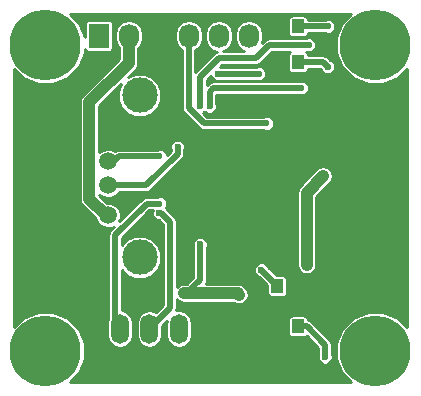
<source format=gbr>
G04 #@! TF.FileFunction,Copper,L1,Top,Signal*
%FSLAX46Y46*%
G04 Gerber Fmt 4.6, Leading zero omitted, Abs format (unit mm)*
G04 Created by KiCad (PCBNEW 4.0.1-stable) date 2018/07/04 18:11:44*
%MOMM*%
G01*
G04 APERTURE LIST*
%ADD10C,0.100000*%
%ADD11R,1.000000X1.200000*%
%ADD12R,1.727200X2.032000*%
%ADD13O,1.727200X2.032000*%
%ADD14C,1.501140*%
%ADD15C,2.999740*%
%ADD16O,1.500000X2.500000*%
%ADD17C,6.000000*%
%ADD18C,0.600000*%
%ADD19C,0.500000*%
%ADD20C,1.000000*%
%ADD21C,0.250000*%
G04 APERTURE END LIST*
D10*
D11*
X154480000Y-92400000D03*
X152720000Y-92400000D03*
X154480000Y-95400000D03*
X152720000Y-95400000D03*
X152720000Y-114400000D03*
X154480000Y-114400000D03*
X154480000Y-117800000D03*
X152720000Y-117800000D03*
D12*
X137600000Y-93200000D03*
D13*
X140140000Y-93200000D03*
X142680000Y-93200000D03*
X145220000Y-93200000D03*
X147760000Y-93200000D03*
X150300000Y-93200000D03*
D14*
X138397880Y-101287140D03*
X138397880Y-103827140D03*
X138397880Y-105859140D03*
X138397880Y-108399140D03*
D15*
X141064880Y-98239140D03*
X141064880Y-111955140D03*
D16*
X139400000Y-118000000D03*
X141900000Y-118000000D03*
X144400000Y-118000000D03*
X146900000Y-118000000D03*
D17*
X161036000Y-93980000D03*
X133096000Y-119888000D03*
X133096000Y-93980000D03*
X161036000Y-119888000D03*
D18*
X147730000Y-96400000D03*
X151180000Y-96400000D03*
X156600000Y-105070000D03*
X155200000Y-112570000D03*
X146200000Y-110850000D03*
X149500000Y-115100000D03*
X144850000Y-115000000D03*
X156980000Y-92400000D03*
X156980000Y-95800000D03*
X142750000Y-108200000D03*
X142750000Y-107400000D03*
X142750000Y-103400000D03*
X144290000Y-102600000D03*
X155410000Y-93950000D03*
X146200000Y-99150000D03*
X147000000Y-99150000D03*
X154770000Y-97610000D03*
X151800000Y-100610000D03*
X151380000Y-113000000D03*
X156780000Y-120400000D03*
D19*
X147730000Y-96400000D02*
X151180000Y-96400000D01*
D20*
X155200000Y-106470000D02*
X155200000Y-112570000D01*
X155200000Y-106470000D02*
X156600000Y-105070000D01*
X138397880Y-108399140D02*
X138229140Y-108399140D01*
X138229140Y-108399140D02*
X136820000Y-106990000D01*
X140140000Y-95470000D02*
X140140000Y-93200000D01*
X136820000Y-98790000D02*
X140140000Y-95470000D01*
X136820000Y-106990000D02*
X136820000Y-98790000D01*
D19*
X144850000Y-115000000D02*
X145030000Y-115000000D01*
X146200000Y-113830000D02*
X146200000Y-110850000D01*
X145030000Y-115000000D02*
X146200000Y-113830000D01*
D20*
X144850000Y-115000000D02*
X149400000Y-115000000D01*
X149400000Y-115000000D02*
X149500000Y-115100000D01*
D19*
X154480000Y-92400000D02*
X156980000Y-92400000D01*
X154480000Y-95400000D02*
X156580000Y-95400000D01*
X156580000Y-95400000D02*
X156980000Y-95800000D01*
X142750000Y-108200000D02*
X142900000Y-108200000D01*
X143640000Y-116260000D02*
X141900000Y-118000000D01*
X143640000Y-108940000D02*
X143640000Y-116260000D01*
X142900000Y-108200000D02*
X143640000Y-108940000D01*
X142750000Y-107400000D02*
X141660000Y-107400000D01*
X142750000Y-107390000D02*
X142750000Y-107400000D01*
X138990000Y-110070000D02*
X138990000Y-117590000D01*
X141660000Y-107400000D02*
X138990000Y-110070000D01*
X138990000Y-117590000D02*
X139400000Y-118000000D01*
X138892860Y-103827140D02*
X139320000Y-103400000D01*
X139320000Y-103400000D02*
X142750000Y-103400000D01*
X138892860Y-103827140D02*
X138397880Y-103827140D01*
X144290000Y-102600000D02*
X144290000Y-103180000D01*
X141610860Y-105859140D02*
X138397880Y-105859140D01*
X144290000Y-103180000D02*
X141610860Y-105859140D01*
X155410000Y-93950000D02*
X152060000Y-93950000D01*
X146200000Y-96680000D02*
X146200000Y-99150000D01*
X147810000Y-95070000D02*
X146200000Y-96680000D01*
X150940000Y-95070000D02*
X147810000Y-95070000D01*
X152060000Y-93950000D02*
X150940000Y-95070000D01*
X147000000Y-99150000D02*
X147000000Y-97930000D01*
X147010000Y-99150000D02*
X147000000Y-99150000D01*
X147320000Y-97610000D02*
X154770000Y-97610000D01*
X147000000Y-97930000D02*
X147320000Y-97610000D01*
X151800000Y-100610000D02*
X146500000Y-100610000D01*
X145220000Y-99330000D02*
X145220000Y-93200000D01*
X146500000Y-100610000D02*
X145220000Y-99330000D01*
X152720000Y-114400000D02*
X152720000Y-114340000D01*
X152720000Y-114340000D02*
X151380000Y-113000000D01*
X154480000Y-117800000D02*
X155220000Y-117800000D01*
X156780000Y-119360000D02*
X156780000Y-120400000D01*
X155220000Y-117800000D02*
X156780000Y-119360000D01*
D21*
G36*
X158218845Y-92094079D02*
X157711578Y-93315715D01*
X157710424Y-94638482D01*
X158215558Y-95861001D01*
X159150079Y-96797155D01*
X160371715Y-97304422D01*
X161694482Y-97305576D01*
X162917001Y-96800442D01*
X163684000Y-96034781D01*
X163684000Y-117834256D01*
X162921921Y-117070845D01*
X161700285Y-116563578D01*
X160377518Y-116562424D01*
X159154999Y-117067558D01*
X158218845Y-118002079D01*
X157711578Y-119223715D01*
X157710424Y-120546482D01*
X158215558Y-121769001D01*
X158981219Y-122536000D01*
X135149744Y-122536000D01*
X135913155Y-121773921D01*
X136420422Y-120552285D01*
X136421576Y-119229518D01*
X135916442Y-118006999D01*
X134981921Y-117070845D01*
X133760285Y-116563578D01*
X132437518Y-116562424D01*
X131214999Y-117067558D01*
X130448000Y-117833219D01*
X130448000Y-98790000D01*
X135995000Y-98790000D01*
X135995000Y-106990000D01*
X136057799Y-107305714D01*
X136236637Y-107573363D01*
X137355008Y-108691734D01*
X137485524Y-109007606D01*
X137787823Y-109310432D01*
X138182997Y-109474523D01*
X138610886Y-109474897D01*
X138885328Y-109361500D01*
X138583414Y-109663414D01*
X138458769Y-109849957D01*
X138415000Y-110070000D01*
X138415000Y-117045532D01*
X138406830Y-117057759D01*
X138325000Y-117469144D01*
X138325000Y-118530856D01*
X138406830Y-118942241D01*
X138639860Y-119290996D01*
X138988615Y-119524026D01*
X139400000Y-119605856D01*
X139811385Y-119524026D01*
X140160140Y-119290996D01*
X140393170Y-118942241D01*
X140475000Y-118530856D01*
X140475000Y-117469144D01*
X140393170Y-117057759D01*
X140160140Y-116709004D01*
X139811385Y-116475974D01*
X139565000Y-116426965D01*
X139565000Y-113035650D01*
X140029825Y-113501287D01*
X140700298Y-113779692D01*
X141426277Y-113780326D01*
X142097235Y-113503091D01*
X142611027Y-112990195D01*
X142889432Y-112319722D01*
X142890066Y-111593743D01*
X142612831Y-110922785D01*
X142099935Y-110408993D01*
X141429462Y-110130588D01*
X140703483Y-110129954D01*
X140032525Y-110407189D01*
X139565000Y-110873899D01*
X139565000Y-110308172D01*
X141898173Y-107975000D01*
X142166688Y-107975000D01*
X142125109Y-108075134D01*
X142124892Y-108323775D01*
X142219842Y-108553571D01*
X142395504Y-108729540D01*
X142625134Y-108824891D01*
X142711795Y-108824967D01*
X143065000Y-109178172D01*
X143065000Y-116021827D01*
X142490903Y-116595924D01*
X142311385Y-116475974D01*
X141900000Y-116394144D01*
X141488615Y-116475974D01*
X141139860Y-116709004D01*
X140906830Y-117057759D01*
X140825000Y-117469144D01*
X140825000Y-118530856D01*
X140906830Y-118942241D01*
X141139860Y-119290996D01*
X141488615Y-119524026D01*
X141900000Y-119605856D01*
X142311385Y-119524026D01*
X142660140Y-119290996D01*
X142893170Y-118942241D01*
X142975000Y-118530856D01*
X142975000Y-117738172D01*
X143345106Y-117368067D01*
X143325000Y-117469144D01*
X143325000Y-118530856D01*
X143406830Y-118942241D01*
X143639860Y-119290996D01*
X143988615Y-119524026D01*
X144400000Y-119605856D01*
X144811385Y-119524026D01*
X145160140Y-119290996D01*
X145393170Y-118942241D01*
X145475000Y-118530856D01*
X145475000Y-117469144D01*
X145421464Y-117200000D01*
X153648633Y-117200000D01*
X153648633Y-118400000D01*
X153671295Y-118520438D01*
X153742474Y-118631053D01*
X153851080Y-118705260D01*
X153980000Y-118731367D01*
X154980000Y-118731367D01*
X155100438Y-118708705D01*
X155211053Y-118637526D01*
X155224570Y-118617743D01*
X156205000Y-119598173D01*
X156205000Y-120154983D01*
X156155109Y-120275134D01*
X156154892Y-120523775D01*
X156249842Y-120753571D01*
X156425504Y-120929540D01*
X156655134Y-121024891D01*
X156903775Y-121025108D01*
X157133571Y-120930158D01*
X157309540Y-120754496D01*
X157404891Y-120524866D01*
X157405108Y-120276225D01*
X157355000Y-120154955D01*
X157355000Y-119360000D01*
X157311231Y-119139957D01*
X157186586Y-118953413D01*
X155626586Y-117393414D01*
X155440043Y-117268769D01*
X155311367Y-117243174D01*
X155311367Y-117200000D01*
X155288705Y-117079562D01*
X155217526Y-116968947D01*
X155108920Y-116894740D01*
X154980000Y-116868633D01*
X153980000Y-116868633D01*
X153859562Y-116891295D01*
X153748947Y-116962474D01*
X153674740Y-117071080D01*
X153648633Y-117200000D01*
X145421464Y-117200000D01*
X145393170Y-117057759D01*
X145160140Y-116709004D01*
X144811385Y-116475974D01*
X144400000Y-116394144D01*
X144179597Y-116437985D01*
X144215000Y-116260000D01*
X144215000Y-115506083D01*
X144266637Y-115583363D01*
X144534286Y-115762201D01*
X144850000Y-115825000D01*
X149128611Y-115825000D01*
X149184286Y-115862201D01*
X149500000Y-115925000D01*
X149815714Y-115862201D01*
X150083363Y-115683363D01*
X150262201Y-115415714D01*
X150325000Y-115100000D01*
X150262201Y-114784286D01*
X150083363Y-114516637D01*
X149983363Y-114416637D01*
X149715714Y-114237799D01*
X149400000Y-114175000D01*
X146647737Y-114175000D01*
X146731231Y-114050043D01*
X146775000Y-113830000D01*
X146775000Y-113123775D01*
X150754892Y-113123775D01*
X150849842Y-113353571D01*
X151025504Y-113529540D01*
X151146688Y-113579860D01*
X151888633Y-114321806D01*
X151888633Y-115000000D01*
X151911295Y-115120438D01*
X151982474Y-115231053D01*
X152091080Y-115305260D01*
X152220000Y-115331367D01*
X153220000Y-115331367D01*
X153340438Y-115308705D01*
X153451053Y-115237526D01*
X153525260Y-115128920D01*
X153551367Y-115000000D01*
X153551367Y-113800000D01*
X153528705Y-113679562D01*
X153457526Y-113568947D01*
X153348920Y-113494740D01*
X153220000Y-113468633D01*
X152661806Y-113468633D01*
X151959840Y-112766668D01*
X151910158Y-112646429D01*
X151734496Y-112470460D01*
X151504866Y-112375109D01*
X151256225Y-112374892D01*
X151026429Y-112469842D01*
X150850460Y-112645504D01*
X150755109Y-112875134D01*
X150754892Y-113123775D01*
X146775000Y-113123775D01*
X146775000Y-111095017D01*
X146824891Y-110974866D01*
X146825108Y-110726225D01*
X146730158Y-110496429D01*
X146554496Y-110320460D01*
X146324866Y-110225109D01*
X146076225Y-110224892D01*
X145846429Y-110319842D01*
X145670460Y-110495504D01*
X145575109Y-110725134D01*
X145574892Y-110973775D01*
X145625000Y-111095045D01*
X145625000Y-113591828D01*
X145041828Y-114175000D01*
X144850000Y-114175000D01*
X144534286Y-114237799D01*
X144266637Y-114416637D01*
X144215000Y-114493917D01*
X144215000Y-108940000D01*
X144171231Y-108719957D01*
X144046586Y-108533414D01*
X143306586Y-107793414D01*
X143267031Y-107766984D01*
X143279540Y-107754496D01*
X143374891Y-107524866D01*
X143375108Y-107276225D01*
X143280158Y-107046429D01*
X143104496Y-106870460D01*
X142874866Y-106775109D01*
X142626225Y-106774892D01*
X142504955Y-106825000D01*
X141660000Y-106825000D01*
X141439957Y-106868769D01*
X141253413Y-106993414D01*
X139359973Y-108886855D01*
X139473263Y-108614023D01*
X139473637Y-108186134D01*
X139310236Y-107790674D01*
X139007937Y-107487848D01*
X138612763Y-107323757D01*
X138320227Y-107323501D01*
X137645000Y-106648274D01*
X137645000Y-106627360D01*
X137787823Y-106770432D01*
X138182997Y-106934523D01*
X138610886Y-106934897D01*
X139006346Y-106771496D01*
X139308367Y-106470000D01*
X154375000Y-106470000D01*
X154375000Y-112570000D01*
X154437799Y-112885714D01*
X154616637Y-113153363D01*
X154884286Y-113332201D01*
X155200000Y-113395000D01*
X155515714Y-113332201D01*
X155783363Y-113153363D01*
X155962201Y-112885714D01*
X156025000Y-112570000D01*
X156025000Y-106811726D01*
X157183363Y-105653363D01*
X157362201Y-105385714D01*
X157425000Y-105070000D01*
X157362201Y-104754286D01*
X157183363Y-104486637D01*
X156915714Y-104307799D01*
X156600000Y-104245000D01*
X156284286Y-104307799D01*
X156016637Y-104486637D01*
X154616637Y-105886637D01*
X154437799Y-106154286D01*
X154375000Y-106470000D01*
X139308367Y-106470000D01*
X139309172Y-106469197D01*
X139323729Y-106434140D01*
X141610860Y-106434140D01*
X141830903Y-106390371D01*
X142017446Y-106265726D01*
X144696586Y-103586586D01*
X144821231Y-103400043D01*
X144841944Y-103295909D01*
X144865000Y-103180000D01*
X144865000Y-102845017D01*
X144914891Y-102724866D01*
X144915108Y-102476225D01*
X144820158Y-102246429D01*
X144644496Y-102070460D01*
X144414866Y-101975109D01*
X144166225Y-101974892D01*
X143936429Y-102069842D01*
X143760460Y-102245504D01*
X143665109Y-102475134D01*
X143664892Y-102723775D01*
X143715000Y-102845045D01*
X143715000Y-102941828D01*
X143375103Y-103281725D01*
X143375108Y-103276225D01*
X143280158Y-103046429D01*
X143104496Y-102870460D01*
X142874866Y-102775109D01*
X142626225Y-102774892D01*
X142504955Y-102825000D01*
X139320000Y-102825000D01*
X139099957Y-102868769D01*
X139016564Y-102924490D01*
X139007937Y-102915848D01*
X138612763Y-102751757D01*
X138184874Y-102751383D01*
X137789414Y-102914784D01*
X137645000Y-103058947D01*
X137645000Y-99131726D01*
X139480453Y-97296273D01*
X139240328Y-97874558D01*
X139239694Y-98600537D01*
X139516929Y-99271495D01*
X140029825Y-99785287D01*
X140700298Y-100063692D01*
X141426277Y-100064326D01*
X142097235Y-99787091D01*
X142611027Y-99274195D01*
X142889432Y-98603722D01*
X142890066Y-97877743D01*
X142612831Y-97206785D01*
X142099935Y-96692993D01*
X141429462Y-96414588D01*
X140703483Y-96413954D01*
X140122865Y-96653861D01*
X140723363Y-96053363D01*
X140902201Y-95785714D01*
X140965000Y-95470000D01*
X140965000Y-94229474D01*
X140980467Y-94219139D01*
X141238123Y-93833530D01*
X141328600Y-93378672D01*
X141328600Y-93021328D01*
X144031400Y-93021328D01*
X144031400Y-93378672D01*
X144121877Y-93833530D01*
X144379533Y-94219139D01*
X144645000Y-94396519D01*
X144645000Y-99330000D01*
X144679525Y-99503571D01*
X144688769Y-99550043D01*
X144813414Y-99736586D01*
X146093413Y-101016586D01*
X146277426Y-101139540D01*
X146279957Y-101141231D01*
X146500000Y-101185000D01*
X151554983Y-101185000D01*
X151675134Y-101234891D01*
X151923775Y-101235108D01*
X152153571Y-101140158D01*
X152329540Y-100964496D01*
X152424891Y-100734866D01*
X152425108Y-100486225D01*
X152330158Y-100256429D01*
X152154496Y-100080460D01*
X151924866Y-99985109D01*
X151676225Y-99984892D01*
X151554955Y-100035000D01*
X146738173Y-100035000D01*
X146433106Y-99729933D01*
X146553571Y-99680158D01*
X146599927Y-99633883D01*
X146645504Y-99679540D01*
X146875134Y-99774891D01*
X147123775Y-99775108D01*
X147353571Y-99680158D01*
X147529540Y-99504496D01*
X147624891Y-99274866D01*
X147625108Y-99026225D01*
X147575000Y-98904955D01*
X147575000Y-98185000D01*
X154524983Y-98185000D01*
X154645134Y-98234891D01*
X154893775Y-98235108D01*
X155123571Y-98140158D01*
X155299540Y-97964496D01*
X155394891Y-97734866D01*
X155395108Y-97486225D01*
X155300158Y-97256429D01*
X155124496Y-97080460D01*
X154894866Y-96985109D01*
X154646225Y-96984892D01*
X154524955Y-97035000D01*
X147320000Y-97035000D01*
X147099957Y-97078769D01*
X146913413Y-97203414D01*
X146775000Y-97341827D01*
X146775000Y-96918172D01*
X147123752Y-96569420D01*
X147199842Y-96753571D01*
X147375504Y-96929540D01*
X147605134Y-97024891D01*
X147853775Y-97025108D01*
X147975045Y-96975000D01*
X150934983Y-96975000D01*
X151055134Y-97024891D01*
X151303775Y-97025108D01*
X151533571Y-96930158D01*
X151709540Y-96754496D01*
X151804891Y-96524866D01*
X151805108Y-96276225D01*
X151710158Y-96046429D01*
X151534496Y-95870460D01*
X151304866Y-95775109D01*
X151056225Y-95774892D01*
X150934955Y-95825000D01*
X147975017Y-95825000D01*
X147899521Y-95793652D01*
X148048173Y-95645000D01*
X150940000Y-95645000D01*
X151160043Y-95601231D01*
X151346586Y-95476586D01*
X152298173Y-94525000D01*
X153807183Y-94525000D01*
X153748947Y-94562474D01*
X153674740Y-94671080D01*
X153648633Y-94800000D01*
X153648633Y-96000000D01*
X153671295Y-96120438D01*
X153742474Y-96231053D01*
X153851080Y-96305260D01*
X153980000Y-96331367D01*
X154980000Y-96331367D01*
X155100438Y-96308705D01*
X155211053Y-96237526D01*
X155285260Y-96128920D01*
X155311367Y-96000000D01*
X155311367Y-95975000D01*
X156341828Y-95975000D01*
X156400161Y-96033333D01*
X156449842Y-96153571D01*
X156625504Y-96329540D01*
X156855134Y-96424891D01*
X157103775Y-96425108D01*
X157333571Y-96330158D01*
X157509540Y-96154496D01*
X157604891Y-95924866D01*
X157605108Y-95676225D01*
X157510158Y-95446429D01*
X157334496Y-95270460D01*
X157213313Y-95220140D01*
X156986586Y-94993414D01*
X156800043Y-94868769D01*
X156580000Y-94825000D01*
X155311367Y-94825000D01*
X155311367Y-94800000D01*
X155288705Y-94679562D01*
X155217526Y-94568947D01*
X155153207Y-94525000D01*
X155164983Y-94525000D01*
X155285134Y-94574891D01*
X155533775Y-94575108D01*
X155763571Y-94480158D01*
X155939540Y-94304496D01*
X156034891Y-94074866D01*
X156035108Y-93826225D01*
X155940158Y-93596429D01*
X155764496Y-93420460D01*
X155534866Y-93325109D01*
X155286225Y-93324892D01*
X155164955Y-93375000D01*
X152060000Y-93375000D01*
X151839957Y-93418769D01*
X151653413Y-93543414D01*
X151406770Y-93790057D01*
X151488600Y-93378672D01*
X151488600Y-93021328D01*
X151398123Y-92566470D01*
X151140467Y-92180861D01*
X150754858Y-91923205D01*
X150300000Y-91832728D01*
X149845142Y-91923205D01*
X149459533Y-92180861D01*
X149201877Y-92566470D01*
X149111400Y-93021328D01*
X149111400Y-93378672D01*
X149201877Y-93833530D01*
X149459533Y-94219139D01*
X149845142Y-94476795D01*
X149936665Y-94495000D01*
X148123335Y-94495000D01*
X148214858Y-94476795D01*
X148600467Y-94219139D01*
X148858123Y-93833530D01*
X148948600Y-93378672D01*
X148948600Y-93021328D01*
X148858123Y-92566470D01*
X148600467Y-92180861D01*
X148214858Y-91923205D01*
X147760000Y-91832728D01*
X147305142Y-91923205D01*
X146919533Y-92180861D01*
X146661877Y-92566470D01*
X146571400Y-93021328D01*
X146571400Y-93378672D01*
X146661877Y-93833530D01*
X146919533Y-94219139D01*
X147305142Y-94476795D01*
X147603332Y-94536109D01*
X147589957Y-94538769D01*
X147403414Y-94663413D01*
X145795000Y-96271828D01*
X145795000Y-94396519D01*
X146060467Y-94219139D01*
X146318123Y-93833530D01*
X146408600Y-93378672D01*
X146408600Y-93021328D01*
X146318123Y-92566470D01*
X146060467Y-92180861D01*
X145674858Y-91923205D01*
X145220000Y-91832728D01*
X144765142Y-91923205D01*
X144379533Y-92180861D01*
X144121877Y-92566470D01*
X144031400Y-93021328D01*
X141328600Y-93021328D01*
X141238123Y-92566470D01*
X140980467Y-92180861D01*
X140594858Y-91923205D01*
X140140000Y-91832728D01*
X139685142Y-91923205D01*
X139299533Y-92180861D01*
X139041877Y-92566470D01*
X138951400Y-93021328D01*
X138951400Y-93378672D01*
X139041877Y-93833530D01*
X139299533Y-94219139D01*
X139315000Y-94229474D01*
X139315000Y-95128274D01*
X136236637Y-98206637D01*
X136057799Y-98474286D01*
X135995000Y-98790000D01*
X130448000Y-98790000D01*
X130448000Y-96033744D01*
X131210079Y-96797155D01*
X132431715Y-97304422D01*
X133754482Y-97305576D01*
X134977001Y-96800442D01*
X135913155Y-95865921D01*
X136420422Y-94644285D01*
X136420723Y-94299385D01*
X136427695Y-94336438D01*
X136498874Y-94447053D01*
X136607480Y-94521260D01*
X136736400Y-94547367D01*
X138463600Y-94547367D01*
X138584038Y-94524705D01*
X138694653Y-94453526D01*
X138768860Y-94344920D01*
X138794967Y-94216000D01*
X138794967Y-92184000D01*
X138772305Y-92063562D01*
X138701126Y-91952947D01*
X138592520Y-91878740D01*
X138463600Y-91852633D01*
X136736400Y-91852633D01*
X136615962Y-91875295D01*
X136505347Y-91946474D01*
X136431140Y-92055080D01*
X136405033Y-92184000D01*
X136405033Y-93281481D01*
X135916442Y-92098999D01*
X135617965Y-91800000D01*
X153648633Y-91800000D01*
X153648633Y-93000000D01*
X153671295Y-93120438D01*
X153742474Y-93231053D01*
X153851080Y-93305260D01*
X153980000Y-93331367D01*
X154980000Y-93331367D01*
X155100438Y-93308705D01*
X155211053Y-93237526D01*
X155285260Y-93128920D01*
X155311367Y-93000000D01*
X155311367Y-92975000D01*
X156734983Y-92975000D01*
X156855134Y-93024891D01*
X157103775Y-93025108D01*
X157333571Y-92930158D01*
X157509540Y-92754496D01*
X157604891Y-92524866D01*
X157605108Y-92276225D01*
X157510158Y-92046429D01*
X157334496Y-91870460D01*
X157104866Y-91775109D01*
X156856225Y-91774892D01*
X156734955Y-91825000D01*
X155311367Y-91825000D01*
X155311367Y-91800000D01*
X155288705Y-91679562D01*
X155217526Y-91568947D01*
X155108920Y-91494740D01*
X154980000Y-91468633D01*
X153980000Y-91468633D01*
X153859562Y-91491295D01*
X153748947Y-91562474D01*
X153674740Y-91671080D01*
X153648633Y-91800000D01*
X135617965Y-91800000D01*
X135150781Y-91332000D01*
X158982256Y-91332000D01*
X158218845Y-92094079D01*
X158218845Y-92094079D01*
G37*
X158218845Y-92094079D02*
X157711578Y-93315715D01*
X157710424Y-94638482D01*
X158215558Y-95861001D01*
X159150079Y-96797155D01*
X160371715Y-97304422D01*
X161694482Y-97305576D01*
X162917001Y-96800442D01*
X163684000Y-96034781D01*
X163684000Y-117834256D01*
X162921921Y-117070845D01*
X161700285Y-116563578D01*
X160377518Y-116562424D01*
X159154999Y-117067558D01*
X158218845Y-118002079D01*
X157711578Y-119223715D01*
X157710424Y-120546482D01*
X158215558Y-121769001D01*
X158981219Y-122536000D01*
X135149744Y-122536000D01*
X135913155Y-121773921D01*
X136420422Y-120552285D01*
X136421576Y-119229518D01*
X135916442Y-118006999D01*
X134981921Y-117070845D01*
X133760285Y-116563578D01*
X132437518Y-116562424D01*
X131214999Y-117067558D01*
X130448000Y-117833219D01*
X130448000Y-98790000D01*
X135995000Y-98790000D01*
X135995000Y-106990000D01*
X136057799Y-107305714D01*
X136236637Y-107573363D01*
X137355008Y-108691734D01*
X137485524Y-109007606D01*
X137787823Y-109310432D01*
X138182997Y-109474523D01*
X138610886Y-109474897D01*
X138885328Y-109361500D01*
X138583414Y-109663414D01*
X138458769Y-109849957D01*
X138415000Y-110070000D01*
X138415000Y-117045532D01*
X138406830Y-117057759D01*
X138325000Y-117469144D01*
X138325000Y-118530856D01*
X138406830Y-118942241D01*
X138639860Y-119290996D01*
X138988615Y-119524026D01*
X139400000Y-119605856D01*
X139811385Y-119524026D01*
X140160140Y-119290996D01*
X140393170Y-118942241D01*
X140475000Y-118530856D01*
X140475000Y-117469144D01*
X140393170Y-117057759D01*
X140160140Y-116709004D01*
X139811385Y-116475974D01*
X139565000Y-116426965D01*
X139565000Y-113035650D01*
X140029825Y-113501287D01*
X140700298Y-113779692D01*
X141426277Y-113780326D01*
X142097235Y-113503091D01*
X142611027Y-112990195D01*
X142889432Y-112319722D01*
X142890066Y-111593743D01*
X142612831Y-110922785D01*
X142099935Y-110408993D01*
X141429462Y-110130588D01*
X140703483Y-110129954D01*
X140032525Y-110407189D01*
X139565000Y-110873899D01*
X139565000Y-110308172D01*
X141898173Y-107975000D01*
X142166688Y-107975000D01*
X142125109Y-108075134D01*
X142124892Y-108323775D01*
X142219842Y-108553571D01*
X142395504Y-108729540D01*
X142625134Y-108824891D01*
X142711795Y-108824967D01*
X143065000Y-109178172D01*
X143065000Y-116021827D01*
X142490903Y-116595924D01*
X142311385Y-116475974D01*
X141900000Y-116394144D01*
X141488615Y-116475974D01*
X141139860Y-116709004D01*
X140906830Y-117057759D01*
X140825000Y-117469144D01*
X140825000Y-118530856D01*
X140906830Y-118942241D01*
X141139860Y-119290996D01*
X141488615Y-119524026D01*
X141900000Y-119605856D01*
X142311385Y-119524026D01*
X142660140Y-119290996D01*
X142893170Y-118942241D01*
X142975000Y-118530856D01*
X142975000Y-117738172D01*
X143345106Y-117368067D01*
X143325000Y-117469144D01*
X143325000Y-118530856D01*
X143406830Y-118942241D01*
X143639860Y-119290996D01*
X143988615Y-119524026D01*
X144400000Y-119605856D01*
X144811385Y-119524026D01*
X145160140Y-119290996D01*
X145393170Y-118942241D01*
X145475000Y-118530856D01*
X145475000Y-117469144D01*
X145421464Y-117200000D01*
X153648633Y-117200000D01*
X153648633Y-118400000D01*
X153671295Y-118520438D01*
X153742474Y-118631053D01*
X153851080Y-118705260D01*
X153980000Y-118731367D01*
X154980000Y-118731367D01*
X155100438Y-118708705D01*
X155211053Y-118637526D01*
X155224570Y-118617743D01*
X156205000Y-119598173D01*
X156205000Y-120154983D01*
X156155109Y-120275134D01*
X156154892Y-120523775D01*
X156249842Y-120753571D01*
X156425504Y-120929540D01*
X156655134Y-121024891D01*
X156903775Y-121025108D01*
X157133571Y-120930158D01*
X157309540Y-120754496D01*
X157404891Y-120524866D01*
X157405108Y-120276225D01*
X157355000Y-120154955D01*
X157355000Y-119360000D01*
X157311231Y-119139957D01*
X157186586Y-118953413D01*
X155626586Y-117393414D01*
X155440043Y-117268769D01*
X155311367Y-117243174D01*
X155311367Y-117200000D01*
X155288705Y-117079562D01*
X155217526Y-116968947D01*
X155108920Y-116894740D01*
X154980000Y-116868633D01*
X153980000Y-116868633D01*
X153859562Y-116891295D01*
X153748947Y-116962474D01*
X153674740Y-117071080D01*
X153648633Y-117200000D01*
X145421464Y-117200000D01*
X145393170Y-117057759D01*
X145160140Y-116709004D01*
X144811385Y-116475974D01*
X144400000Y-116394144D01*
X144179597Y-116437985D01*
X144215000Y-116260000D01*
X144215000Y-115506083D01*
X144266637Y-115583363D01*
X144534286Y-115762201D01*
X144850000Y-115825000D01*
X149128611Y-115825000D01*
X149184286Y-115862201D01*
X149500000Y-115925000D01*
X149815714Y-115862201D01*
X150083363Y-115683363D01*
X150262201Y-115415714D01*
X150325000Y-115100000D01*
X150262201Y-114784286D01*
X150083363Y-114516637D01*
X149983363Y-114416637D01*
X149715714Y-114237799D01*
X149400000Y-114175000D01*
X146647737Y-114175000D01*
X146731231Y-114050043D01*
X146775000Y-113830000D01*
X146775000Y-113123775D01*
X150754892Y-113123775D01*
X150849842Y-113353571D01*
X151025504Y-113529540D01*
X151146688Y-113579860D01*
X151888633Y-114321806D01*
X151888633Y-115000000D01*
X151911295Y-115120438D01*
X151982474Y-115231053D01*
X152091080Y-115305260D01*
X152220000Y-115331367D01*
X153220000Y-115331367D01*
X153340438Y-115308705D01*
X153451053Y-115237526D01*
X153525260Y-115128920D01*
X153551367Y-115000000D01*
X153551367Y-113800000D01*
X153528705Y-113679562D01*
X153457526Y-113568947D01*
X153348920Y-113494740D01*
X153220000Y-113468633D01*
X152661806Y-113468633D01*
X151959840Y-112766668D01*
X151910158Y-112646429D01*
X151734496Y-112470460D01*
X151504866Y-112375109D01*
X151256225Y-112374892D01*
X151026429Y-112469842D01*
X150850460Y-112645504D01*
X150755109Y-112875134D01*
X150754892Y-113123775D01*
X146775000Y-113123775D01*
X146775000Y-111095017D01*
X146824891Y-110974866D01*
X146825108Y-110726225D01*
X146730158Y-110496429D01*
X146554496Y-110320460D01*
X146324866Y-110225109D01*
X146076225Y-110224892D01*
X145846429Y-110319842D01*
X145670460Y-110495504D01*
X145575109Y-110725134D01*
X145574892Y-110973775D01*
X145625000Y-111095045D01*
X145625000Y-113591828D01*
X145041828Y-114175000D01*
X144850000Y-114175000D01*
X144534286Y-114237799D01*
X144266637Y-114416637D01*
X144215000Y-114493917D01*
X144215000Y-108940000D01*
X144171231Y-108719957D01*
X144046586Y-108533414D01*
X143306586Y-107793414D01*
X143267031Y-107766984D01*
X143279540Y-107754496D01*
X143374891Y-107524866D01*
X143375108Y-107276225D01*
X143280158Y-107046429D01*
X143104496Y-106870460D01*
X142874866Y-106775109D01*
X142626225Y-106774892D01*
X142504955Y-106825000D01*
X141660000Y-106825000D01*
X141439957Y-106868769D01*
X141253413Y-106993414D01*
X139359973Y-108886855D01*
X139473263Y-108614023D01*
X139473637Y-108186134D01*
X139310236Y-107790674D01*
X139007937Y-107487848D01*
X138612763Y-107323757D01*
X138320227Y-107323501D01*
X137645000Y-106648274D01*
X137645000Y-106627360D01*
X137787823Y-106770432D01*
X138182997Y-106934523D01*
X138610886Y-106934897D01*
X139006346Y-106771496D01*
X139308367Y-106470000D01*
X154375000Y-106470000D01*
X154375000Y-112570000D01*
X154437799Y-112885714D01*
X154616637Y-113153363D01*
X154884286Y-113332201D01*
X155200000Y-113395000D01*
X155515714Y-113332201D01*
X155783363Y-113153363D01*
X155962201Y-112885714D01*
X156025000Y-112570000D01*
X156025000Y-106811726D01*
X157183363Y-105653363D01*
X157362201Y-105385714D01*
X157425000Y-105070000D01*
X157362201Y-104754286D01*
X157183363Y-104486637D01*
X156915714Y-104307799D01*
X156600000Y-104245000D01*
X156284286Y-104307799D01*
X156016637Y-104486637D01*
X154616637Y-105886637D01*
X154437799Y-106154286D01*
X154375000Y-106470000D01*
X139308367Y-106470000D01*
X139309172Y-106469197D01*
X139323729Y-106434140D01*
X141610860Y-106434140D01*
X141830903Y-106390371D01*
X142017446Y-106265726D01*
X144696586Y-103586586D01*
X144821231Y-103400043D01*
X144841944Y-103295909D01*
X144865000Y-103180000D01*
X144865000Y-102845017D01*
X144914891Y-102724866D01*
X144915108Y-102476225D01*
X144820158Y-102246429D01*
X144644496Y-102070460D01*
X144414866Y-101975109D01*
X144166225Y-101974892D01*
X143936429Y-102069842D01*
X143760460Y-102245504D01*
X143665109Y-102475134D01*
X143664892Y-102723775D01*
X143715000Y-102845045D01*
X143715000Y-102941828D01*
X143375103Y-103281725D01*
X143375108Y-103276225D01*
X143280158Y-103046429D01*
X143104496Y-102870460D01*
X142874866Y-102775109D01*
X142626225Y-102774892D01*
X142504955Y-102825000D01*
X139320000Y-102825000D01*
X139099957Y-102868769D01*
X139016564Y-102924490D01*
X139007937Y-102915848D01*
X138612763Y-102751757D01*
X138184874Y-102751383D01*
X137789414Y-102914784D01*
X137645000Y-103058947D01*
X137645000Y-99131726D01*
X139480453Y-97296273D01*
X139240328Y-97874558D01*
X139239694Y-98600537D01*
X139516929Y-99271495D01*
X140029825Y-99785287D01*
X140700298Y-100063692D01*
X141426277Y-100064326D01*
X142097235Y-99787091D01*
X142611027Y-99274195D01*
X142889432Y-98603722D01*
X142890066Y-97877743D01*
X142612831Y-97206785D01*
X142099935Y-96692993D01*
X141429462Y-96414588D01*
X140703483Y-96413954D01*
X140122865Y-96653861D01*
X140723363Y-96053363D01*
X140902201Y-95785714D01*
X140965000Y-95470000D01*
X140965000Y-94229474D01*
X140980467Y-94219139D01*
X141238123Y-93833530D01*
X141328600Y-93378672D01*
X141328600Y-93021328D01*
X144031400Y-93021328D01*
X144031400Y-93378672D01*
X144121877Y-93833530D01*
X144379533Y-94219139D01*
X144645000Y-94396519D01*
X144645000Y-99330000D01*
X144679525Y-99503571D01*
X144688769Y-99550043D01*
X144813414Y-99736586D01*
X146093413Y-101016586D01*
X146277426Y-101139540D01*
X146279957Y-101141231D01*
X146500000Y-101185000D01*
X151554983Y-101185000D01*
X151675134Y-101234891D01*
X151923775Y-101235108D01*
X152153571Y-101140158D01*
X152329540Y-100964496D01*
X152424891Y-100734866D01*
X152425108Y-100486225D01*
X152330158Y-100256429D01*
X152154496Y-100080460D01*
X151924866Y-99985109D01*
X151676225Y-99984892D01*
X151554955Y-100035000D01*
X146738173Y-100035000D01*
X146433106Y-99729933D01*
X146553571Y-99680158D01*
X146599927Y-99633883D01*
X146645504Y-99679540D01*
X146875134Y-99774891D01*
X147123775Y-99775108D01*
X147353571Y-99680158D01*
X147529540Y-99504496D01*
X147624891Y-99274866D01*
X147625108Y-99026225D01*
X147575000Y-98904955D01*
X147575000Y-98185000D01*
X154524983Y-98185000D01*
X154645134Y-98234891D01*
X154893775Y-98235108D01*
X155123571Y-98140158D01*
X155299540Y-97964496D01*
X155394891Y-97734866D01*
X155395108Y-97486225D01*
X155300158Y-97256429D01*
X155124496Y-97080460D01*
X154894866Y-96985109D01*
X154646225Y-96984892D01*
X154524955Y-97035000D01*
X147320000Y-97035000D01*
X147099957Y-97078769D01*
X146913413Y-97203414D01*
X146775000Y-97341827D01*
X146775000Y-96918172D01*
X147123752Y-96569420D01*
X147199842Y-96753571D01*
X147375504Y-96929540D01*
X147605134Y-97024891D01*
X147853775Y-97025108D01*
X147975045Y-96975000D01*
X150934983Y-96975000D01*
X151055134Y-97024891D01*
X151303775Y-97025108D01*
X151533571Y-96930158D01*
X151709540Y-96754496D01*
X151804891Y-96524866D01*
X151805108Y-96276225D01*
X151710158Y-96046429D01*
X151534496Y-95870460D01*
X151304866Y-95775109D01*
X151056225Y-95774892D01*
X150934955Y-95825000D01*
X147975017Y-95825000D01*
X147899521Y-95793652D01*
X148048173Y-95645000D01*
X150940000Y-95645000D01*
X151160043Y-95601231D01*
X151346586Y-95476586D01*
X152298173Y-94525000D01*
X153807183Y-94525000D01*
X153748947Y-94562474D01*
X153674740Y-94671080D01*
X153648633Y-94800000D01*
X153648633Y-96000000D01*
X153671295Y-96120438D01*
X153742474Y-96231053D01*
X153851080Y-96305260D01*
X153980000Y-96331367D01*
X154980000Y-96331367D01*
X155100438Y-96308705D01*
X155211053Y-96237526D01*
X155285260Y-96128920D01*
X155311367Y-96000000D01*
X155311367Y-95975000D01*
X156341828Y-95975000D01*
X156400161Y-96033333D01*
X156449842Y-96153571D01*
X156625504Y-96329540D01*
X156855134Y-96424891D01*
X157103775Y-96425108D01*
X157333571Y-96330158D01*
X157509540Y-96154496D01*
X157604891Y-95924866D01*
X157605108Y-95676225D01*
X157510158Y-95446429D01*
X157334496Y-95270460D01*
X157213313Y-95220140D01*
X156986586Y-94993414D01*
X156800043Y-94868769D01*
X156580000Y-94825000D01*
X155311367Y-94825000D01*
X155311367Y-94800000D01*
X155288705Y-94679562D01*
X155217526Y-94568947D01*
X155153207Y-94525000D01*
X155164983Y-94525000D01*
X155285134Y-94574891D01*
X155533775Y-94575108D01*
X155763571Y-94480158D01*
X155939540Y-94304496D01*
X156034891Y-94074866D01*
X156035108Y-93826225D01*
X155940158Y-93596429D01*
X155764496Y-93420460D01*
X155534866Y-93325109D01*
X155286225Y-93324892D01*
X155164955Y-93375000D01*
X152060000Y-93375000D01*
X151839957Y-93418769D01*
X151653413Y-93543414D01*
X151406770Y-93790057D01*
X151488600Y-93378672D01*
X151488600Y-93021328D01*
X151398123Y-92566470D01*
X151140467Y-92180861D01*
X150754858Y-91923205D01*
X150300000Y-91832728D01*
X149845142Y-91923205D01*
X149459533Y-92180861D01*
X149201877Y-92566470D01*
X149111400Y-93021328D01*
X149111400Y-93378672D01*
X149201877Y-93833530D01*
X149459533Y-94219139D01*
X149845142Y-94476795D01*
X149936665Y-94495000D01*
X148123335Y-94495000D01*
X148214858Y-94476795D01*
X148600467Y-94219139D01*
X148858123Y-93833530D01*
X148948600Y-93378672D01*
X148948600Y-93021328D01*
X148858123Y-92566470D01*
X148600467Y-92180861D01*
X148214858Y-91923205D01*
X147760000Y-91832728D01*
X147305142Y-91923205D01*
X146919533Y-92180861D01*
X146661877Y-92566470D01*
X146571400Y-93021328D01*
X146571400Y-93378672D01*
X146661877Y-93833530D01*
X146919533Y-94219139D01*
X147305142Y-94476795D01*
X147603332Y-94536109D01*
X147589957Y-94538769D01*
X147403414Y-94663413D01*
X145795000Y-96271828D01*
X145795000Y-94396519D01*
X146060467Y-94219139D01*
X146318123Y-93833530D01*
X146408600Y-93378672D01*
X146408600Y-93021328D01*
X146318123Y-92566470D01*
X146060467Y-92180861D01*
X145674858Y-91923205D01*
X145220000Y-91832728D01*
X144765142Y-91923205D01*
X144379533Y-92180861D01*
X144121877Y-92566470D01*
X144031400Y-93021328D01*
X141328600Y-93021328D01*
X141238123Y-92566470D01*
X140980467Y-92180861D01*
X140594858Y-91923205D01*
X140140000Y-91832728D01*
X139685142Y-91923205D01*
X139299533Y-92180861D01*
X139041877Y-92566470D01*
X138951400Y-93021328D01*
X138951400Y-93378672D01*
X139041877Y-93833530D01*
X139299533Y-94219139D01*
X139315000Y-94229474D01*
X139315000Y-95128274D01*
X136236637Y-98206637D01*
X136057799Y-98474286D01*
X135995000Y-98790000D01*
X130448000Y-98790000D01*
X130448000Y-96033744D01*
X131210079Y-96797155D01*
X132431715Y-97304422D01*
X133754482Y-97305576D01*
X134977001Y-96800442D01*
X135913155Y-95865921D01*
X136420422Y-94644285D01*
X136420723Y-94299385D01*
X136427695Y-94336438D01*
X136498874Y-94447053D01*
X136607480Y-94521260D01*
X136736400Y-94547367D01*
X138463600Y-94547367D01*
X138584038Y-94524705D01*
X138694653Y-94453526D01*
X138768860Y-94344920D01*
X138794967Y-94216000D01*
X138794967Y-92184000D01*
X138772305Y-92063562D01*
X138701126Y-91952947D01*
X138592520Y-91878740D01*
X138463600Y-91852633D01*
X136736400Y-91852633D01*
X136615962Y-91875295D01*
X136505347Y-91946474D01*
X136431140Y-92055080D01*
X136405033Y-92184000D01*
X136405033Y-93281481D01*
X135916442Y-92098999D01*
X135617965Y-91800000D01*
X153648633Y-91800000D01*
X153648633Y-93000000D01*
X153671295Y-93120438D01*
X153742474Y-93231053D01*
X153851080Y-93305260D01*
X153980000Y-93331367D01*
X154980000Y-93331367D01*
X155100438Y-93308705D01*
X155211053Y-93237526D01*
X155285260Y-93128920D01*
X155311367Y-93000000D01*
X155311367Y-92975000D01*
X156734983Y-92975000D01*
X156855134Y-93024891D01*
X157103775Y-93025108D01*
X157333571Y-92930158D01*
X157509540Y-92754496D01*
X157604891Y-92524866D01*
X157605108Y-92276225D01*
X157510158Y-92046429D01*
X157334496Y-91870460D01*
X157104866Y-91775109D01*
X156856225Y-91774892D01*
X156734955Y-91825000D01*
X155311367Y-91825000D01*
X155311367Y-91800000D01*
X155288705Y-91679562D01*
X155217526Y-91568947D01*
X155108920Y-91494740D01*
X154980000Y-91468633D01*
X153980000Y-91468633D01*
X153859562Y-91491295D01*
X153748947Y-91562474D01*
X153674740Y-91671080D01*
X153648633Y-91800000D01*
X135617965Y-91800000D01*
X135150781Y-91332000D01*
X158982256Y-91332000D01*
X158218845Y-92094079D01*
M02*

</source>
